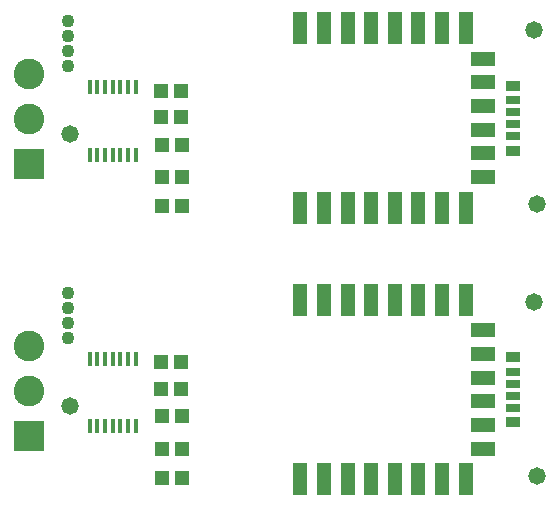
<source format=gts>
G04*
G04 #@! TF.GenerationSoftware,Altium Limited,Altium Designer,21.3.2 (30)*
G04*
G04 Layer_Color=8388736*
%FSTAX24Y24*%
%MOIN*%
G70*
G04*
G04 #@! TF.SameCoordinates,B3087990-D193-403A-B466-816C1580CACB*
G04*
G04*
G04 #@! TF.FilePolarity,Negative*
G04*
G01*
G75*
%ADD13R,0.0470X0.0280*%
%ADD14R,0.0470X0.0300*%
%ADD15R,0.0470X0.0320*%
%ADD17R,0.0120X0.0460*%
%ADD33R,0.0512X0.0472*%
%ADD34R,0.0789X0.0513*%
%ADD35R,0.0513X0.1104*%
%ADD36C,0.0434*%
%ADD37C,0.1025*%
%ADD38R,0.1025X0.1025*%
%ADD39C,0.0580*%
D13*
X054491Y028493D02*
D03*
Y028887D02*
D03*
Y037548D02*
D03*
Y037942D02*
D03*
D14*
Y029288D02*
D03*
X054491Y028091D02*
D03*
X054491Y038343D02*
D03*
X054491Y037146D02*
D03*
D15*
X054491Y029772D02*
D03*
X054491Y027607D02*
D03*
X054491Y038827D02*
D03*
X054491Y036662D02*
D03*
D17*
X041906Y027471D02*
D03*
X04165D02*
D03*
X041394D02*
D03*
X041138D02*
D03*
X040882D02*
D03*
X040626D02*
D03*
X04037D02*
D03*
X04037Y029731D02*
D03*
X040626D02*
D03*
X040882D02*
D03*
X041138D02*
D03*
X041394D02*
D03*
X04165D02*
D03*
X041906D02*
D03*
X041906Y036526D02*
D03*
X04165D02*
D03*
X041394D02*
D03*
X041138D02*
D03*
X040882D02*
D03*
X040626D02*
D03*
X04037D02*
D03*
X04037Y038786D02*
D03*
X040626D02*
D03*
X040882D02*
D03*
X041138D02*
D03*
X041394D02*
D03*
X04165D02*
D03*
X041906D02*
D03*
D33*
X042752Y028729D02*
D03*
X043422D02*
D03*
X042743Y029605D02*
D03*
X043412D02*
D03*
X042772Y027804D02*
D03*
X043441D02*
D03*
X042792Y026731D02*
D03*
X043461D02*
D03*
X042782Y025766D02*
D03*
X043451D02*
D03*
X042752Y037784D02*
D03*
X043422D02*
D03*
X042743Y03866D02*
D03*
X043412D02*
D03*
X042772Y036859D02*
D03*
X043441D02*
D03*
X042792Y035786D02*
D03*
X043461D02*
D03*
X042782Y034822D02*
D03*
X043451D02*
D03*
D34*
X0535Y030668D02*
D03*
X0535Y029881D02*
D03*
Y029093D02*
D03*
X0535Y028306D02*
D03*
X0535Y027518D02*
D03*
Y026731D02*
D03*
X0535Y039723D02*
D03*
X0535Y038936D02*
D03*
Y038148D02*
D03*
X0535Y037361D02*
D03*
X0535Y036574D02*
D03*
Y035786D02*
D03*
D35*
X047398Y031692D02*
D03*
X048185D02*
D03*
X048973D02*
D03*
X04976D02*
D03*
X050548D02*
D03*
X051335D02*
D03*
X052122D02*
D03*
X05291D02*
D03*
X05291Y025707D02*
D03*
X052122Y025707D02*
D03*
X051335D02*
D03*
X050548D02*
D03*
X04976D02*
D03*
X048973D02*
D03*
X048185D02*
D03*
X047398D02*
D03*
X047398Y040747D02*
D03*
X048185D02*
D03*
X048973D02*
D03*
X04976D02*
D03*
X050548D02*
D03*
X051335D02*
D03*
X052122D02*
D03*
X05291D02*
D03*
X05291Y034763D02*
D03*
X052122Y034763D02*
D03*
X051335D02*
D03*
X050548D02*
D03*
X04976D02*
D03*
X048973D02*
D03*
X048185D02*
D03*
X047398D02*
D03*
D36*
X039642Y030428D02*
D03*
Y030928D02*
D03*
Y031428D02*
D03*
Y031928D02*
D03*
Y039483D02*
D03*
Y039983D02*
D03*
Y040483D02*
D03*
Y040983D02*
D03*
D37*
X038343Y03016D02*
D03*
Y02866D02*
D03*
Y039215D02*
D03*
Y037715D02*
D03*
D38*
Y02716D02*
D03*
Y036215D02*
D03*
D39*
X039711Y028158D02*
D03*
X055174Y031623D02*
D03*
X055292Y025816D02*
D03*
X039711Y037213D02*
D03*
X055174Y040678D02*
D03*
X055292Y034871D02*
D03*
M02*

</source>
